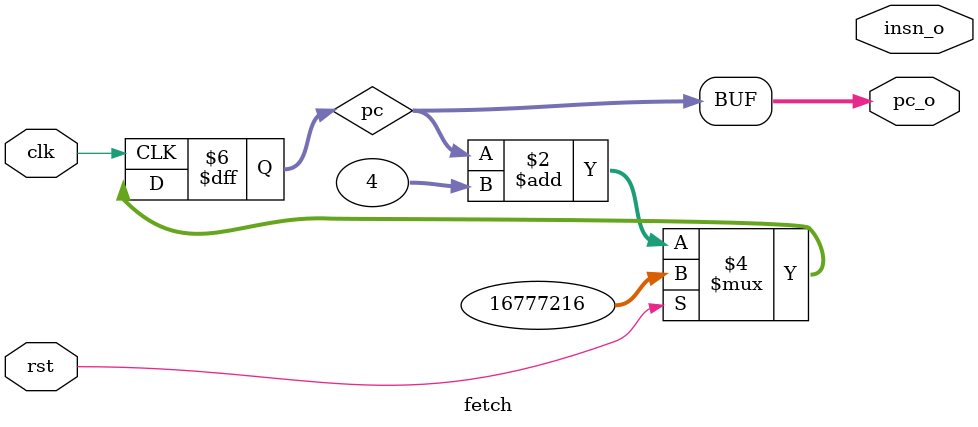
<source format=sv>
/*
 * Module: fetch
 *
 * Description: Fetch stage
 *
 * Inputs:
 * 1) clk
 * 2) rst signal
 *
 * Outputs:
 * 1) AWIDTH wide program counter pc_o
 * 2) DWIDTH wide instruction output insn_o
 */

module fetch #(
    parameter int DWIDTH=32,
    parameter int AWIDTH=32,
    parameter int BASEADDR=32'h01000000
    )(
	// inputs
	input logic clk,
	input logic rst,
	// outputs	
	output logic [AWIDTH - 1:0] pc_o,
    output logic [DWIDTH - 1:0] insn_o
);

    logic [AWIDTH - 1:0] pc;
      
    always_ff @(posedge clk) begin 
        if (rst) begin
            pc <= BASEADDR;
        end else begin
            pc <= pc + 32'd4;
        end
    end
       
	assign pc_o = pc;

endmodule : fetch
				

</source>
